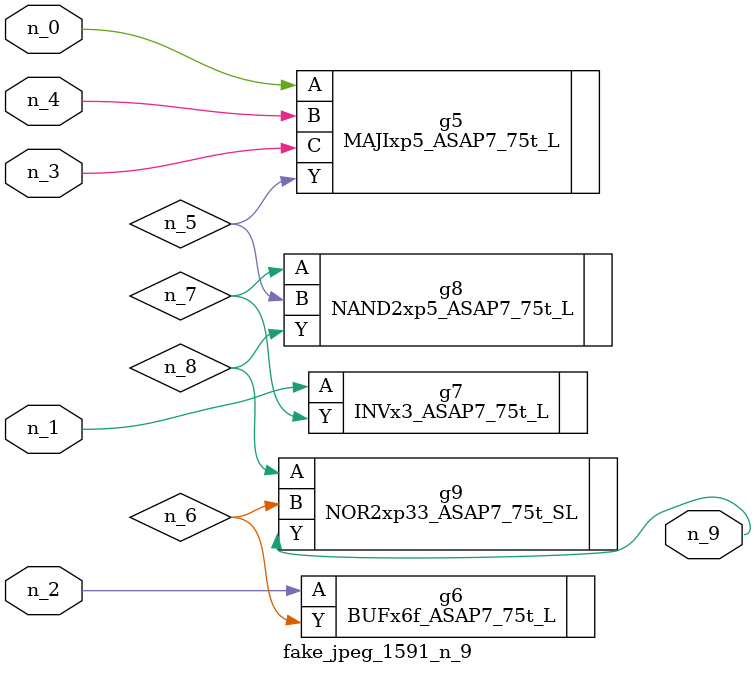
<source format=v>
module fake_jpeg_1591_n_9 (n_3, n_2, n_1, n_0, n_4, n_9);

input n_3;
input n_2;
input n_1;
input n_0;
input n_4;

output n_9;

wire n_8;
wire n_6;
wire n_5;
wire n_7;

MAJIxp5_ASAP7_75t_L g5 ( 
.A(n_0),
.B(n_4),
.C(n_3),
.Y(n_5)
);

BUFx6f_ASAP7_75t_L g6 ( 
.A(n_2),
.Y(n_6)
);

INVx3_ASAP7_75t_L g7 ( 
.A(n_1),
.Y(n_7)
);

NAND2xp5_ASAP7_75t_L g8 ( 
.A(n_7),
.B(n_5),
.Y(n_8)
);

NOR2xp33_ASAP7_75t_SL g9 ( 
.A(n_8),
.B(n_6),
.Y(n_9)
);


endmodule
</source>
